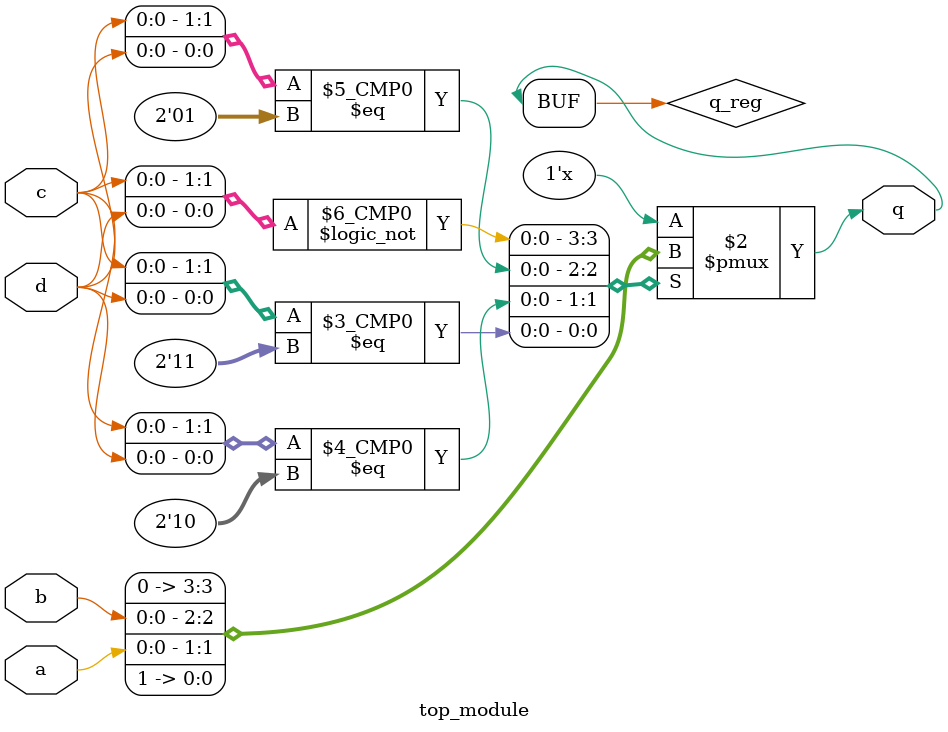
<source format=sv>
module top_module (
    input wire a,
    input wire b,
    input wire c,
    input wire d,
    output wire q
);

    reg q_reg;
    
    always @(*)
    begin
        case ({c, d})
            2'b00: q_reg = 1'b0;
            2'b01: q_reg = b;
            2'b10: q_reg = a;
            2'b11: q_reg = 1'b1;
        endcase
    end
    
    assign q = q_reg;

endmodule

</source>
